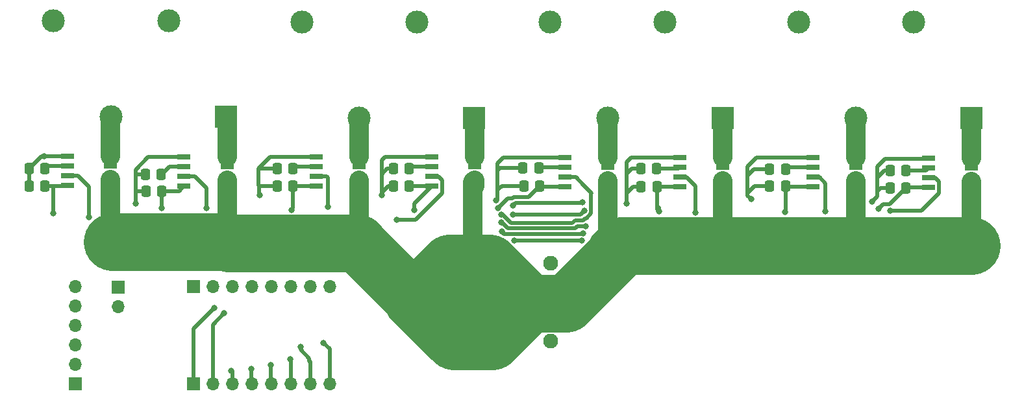
<source format=gbr>
%TF.GenerationSoftware,KiCad,Pcbnew,8.0.3*%
%TF.CreationDate,2025-02-02T18:29:45-08:00*%
%TF.ProjectId,Power_Distribution,506f7765-725f-4446-9973-747269627574,rev?*%
%TF.SameCoordinates,Original*%
%TF.FileFunction,Copper,L1,Top*%
%TF.FilePolarity,Positive*%
%FSLAX46Y46*%
G04 Gerber Fmt 4.6, Leading zero omitted, Abs format (unit mm)*
G04 Created by KiCad (PCBNEW 8.0.3) date 2025-02-02 18:29:45*
%MOMM*%
%LPD*%
G01*
G04 APERTURE LIST*
G04 Aperture macros list*
%AMRoundRect*
0 Rectangle with rounded corners*
0 $1 Rounding radius*
0 $2 $3 $4 $5 $6 $7 $8 $9 X,Y pos of 4 corners*
0 Add a 4 corners polygon primitive as box body*
4,1,4,$2,$3,$4,$5,$6,$7,$8,$9,$2,$3,0*
0 Add four circle primitives for the rounded corners*
1,1,$1+$1,$2,$3*
1,1,$1+$1,$4,$5*
1,1,$1+$1,$6,$7*
1,1,$1+$1,$8,$9*
0 Add four rect primitives between the rounded corners*
20,1,$1+$1,$2,$3,$4,$5,0*
20,1,$1+$1,$4,$5,$6,$7,0*
20,1,$1+$1,$6,$7,$8,$9,0*
20,1,$1+$1,$8,$9,$2,$3,0*%
G04 Aperture macros list end*
%TA.AperFunction,SMDPad,CuDef*%
%ADD10R,1.750000X0.650000*%
%TD*%
%TA.AperFunction,SMDPad,CuDef*%
%ADD11RoundRect,0.250000X0.337500X0.475000X-0.337500X0.475000X-0.337500X-0.475000X0.337500X-0.475000X0*%
%TD*%
%TA.AperFunction,ComponentPad*%
%ADD12R,1.950000X1.950000*%
%TD*%
%TA.AperFunction,ComponentPad*%
%ADD13C,1.950000*%
%TD*%
%TA.AperFunction,ComponentPad*%
%ADD14R,3.000000X3.000000*%
%TD*%
%TA.AperFunction,ComponentPad*%
%ADD15C,3.000000*%
%TD*%
%TA.AperFunction,ComponentPad*%
%ADD16R,1.700000X1.700000*%
%TD*%
%TA.AperFunction,ComponentPad*%
%ADD17O,1.700000X1.700000*%
%TD*%
%TA.AperFunction,ViaPad*%
%ADD18C,0.800000*%
%TD*%
%TA.AperFunction,Conductor*%
%ADD19C,0.508000*%
%TD*%
%TA.AperFunction,Conductor*%
%ADD20C,2.500000*%
%TD*%
%TA.AperFunction,Conductor*%
%ADD21C,0.635000*%
%TD*%
%TA.AperFunction,Conductor*%
%ADD22C,7.500000*%
%TD*%
G04 APERTURE END LIST*
D10*
%TO.P,IC5,1,IP+_1*%
%TO.N,+BATT*%
X141669200Y-84429600D03*
%TO.P,IC5,2,IP+_2*%
X141669200Y-83159600D03*
%TO.P,IC5,3,IP-_1*%
%TO.N,PWR5*%
X141669200Y-81889600D03*
%TO.P,IC5,4,IP-_2*%
X141669200Y-80619600D03*
%TO.P,IC5,5,GND*%
%TO.N,GND*%
X136069200Y-80619600D03*
%TO.P,IC5,6,FILTER*%
%TO.N,Net-(IC5-FILTER)*%
X136069200Y-81889600D03*
%TO.P,IC5,7,VIOUT*%
%TO.N,VIout5*%
X136069200Y-83159600D03*
%TO.P,IC5,8,VCC*%
%TO.N,5V*%
X136069200Y-84429600D03*
%TD*%
D11*
%TO.P,Cf1,1*%
%TO.N,Net-(IC1-FILTER)*%
X197887500Y-82346800D03*
%TO.P,Cf1,2*%
%TO.N,GND*%
X195812500Y-82346800D03*
%TD*%
D10*
%TO.P,IC7,1,IP+_1*%
%TO.N,+BATT*%
X109372400Y-84378800D03*
%TO.P,IC7,2,IP+_2*%
X109372400Y-83108800D03*
%TO.P,IC7,3,IP-_1*%
%TO.N,PWR7*%
X109372400Y-81838800D03*
%TO.P,IC7,4,IP-_2*%
X109372400Y-80568800D03*
%TO.P,IC7,5,GND*%
%TO.N,GND*%
X103772400Y-80568800D03*
%TO.P,IC7,6,FILTER*%
%TO.N,Net-(IC7-FILTER)*%
X103772400Y-81838800D03*
%TO.P,IC7,7,VIOUT*%
%TO.N,VIout7*%
X103772400Y-83108800D03*
%TO.P,IC7,8,VCC*%
%TO.N,5V*%
X103772400Y-84378800D03*
%TD*%
D11*
%TO.P,Cf3,1*%
%TO.N,Net-(IC6-FILTER)*%
X117979100Y-82092800D03*
%TO.P,Cf3,2*%
%TO.N,GND*%
X115904100Y-82092800D03*
%TD*%
D12*
%TO.P,J4,1_1,1*%
%TO.N,+BATT*%
X141427200Y-94488000D03*
%TO.P,J4,1_2,1*%
X141427200Y-104648000D03*
D13*
%TO.P,J4,2_1,2*%
%TO.N,-BATT*%
X151587200Y-94488000D03*
%TO.P,J4,2_2,2*%
X151587200Y-104648000D03*
%TD*%
D11*
%TO.P,Cf8,1*%
%TO.N,Net-(IC8-FILTER)*%
X85619500Y-82092800D03*
%TO.P,Cf8,2*%
%TO.N,GND*%
X83544500Y-82092800D03*
%TD*%
D14*
%TO.P,J6,1,1*%
%TO.N,PWR1*%
X206396000Y-75492000D03*
D15*
%TO.P,J6,2,2*%
%TO.N,-BATT*%
X198896000Y-62992000D03*
%TO.P,J6,3,3*%
%TO.N,PWR2*%
X191396000Y-75492000D03*
%TO.P,J6,4,4*%
%TO.N,-BATT*%
X183896000Y-62992000D03*
%TD*%
D11*
%TO.P,Cb6,1*%
%TO.N,5V*%
X165447800Y-84480400D03*
%TO.P,Cb6,2*%
%TO.N,GND*%
X163372800Y-84480400D03*
%TD*%
%TO.P,Cb2,1*%
%TO.N,5V*%
X182211800Y-84429600D03*
%TO.P,Cb2,2*%
%TO.N,GND*%
X180136800Y-84429600D03*
%TD*%
%TO.P,Cb1,1*%
%TO.N,5V*%
X197887500Y-84632800D03*
%TO.P,Cb1,2*%
%TO.N,GND*%
X195812500Y-84632800D03*
%TD*%
%TO.P,Cf7,1*%
%TO.N,Net-(IC4-FILTER)*%
X150033900Y-82042000D03*
%TO.P,Cf7,2*%
%TO.N,GND*%
X147958900Y-82042000D03*
%TD*%
D10*
%TO.P,IC6,1,IP+_1*%
%TO.N,+BATT*%
X126581600Y-84429600D03*
%TO.P,IC6,2,IP+_2*%
X126581600Y-83159600D03*
%TO.P,IC6,3,IP-_1*%
%TO.N,PWR6*%
X126581600Y-81889600D03*
%TO.P,IC6,4,IP-_2*%
X126581600Y-80619600D03*
%TO.P,IC6,5,GND*%
%TO.N,GND*%
X120981600Y-80619600D03*
%TO.P,IC6,6,FILTER*%
%TO.N,Net-(IC6-FILTER)*%
X120981600Y-81889600D03*
%TO.P,IC6,7,VIOUT*%
%TO.N,VIout6*%
X120981600Y-83159600D03*
%TO.P,IC6,8,VCC*%
%TO.N,5V*%
X120981600Y-84429600D03*
%TD*%
%TO.P,IC4,1,IP+_1*%
%TO.N,+BATT*%
X159054800Y-84480400D03*
%TO.P,IC4,2,IP+_2*%
X159054800Y-83210400D03*
%TO.P,IC4,3,IP-_1*%
%TO.N,PWR4*%
X159054800Y-81940400D03*
%TO.P,IC4,4,IP-_2*%
X159054800Y-80670400D03*
%TO.P,IC4,5,GND*%
%TO.N,GND*%
X153454800Y-80670400D03*
%TO.P,IC4,6,FILTER*%
%TO.N,Net-(IC4-FILTER)*%
X153454800Y-81940400D03*
%TO.P,IC4,7,VIOUT*%
%TO.N,VIout4*%
X153454800Y-83210400D03*
%TO.P,IC4,8,VCC*%
%TO.N,5V*%
X153454800Y-84480400D03*
%TD*%
D11*
%TO.P,Cb7,1*%
%TO.N,5V*%
X150135500Y-84378800D03*
%TO.P,Cb7,2*%
%TO.N,GND*%
X148060500Y-84378800D03*
%TD*%
%TO.P,Cf2,1*%
%TO.N,Net-(IC2-FILTER)*%
X182190300Y-82194400D03*
%TO.P,Cf2,2*%
%TO.N,GND*%
X180115300Y-82194400D03*
%TD*%
D14*
%TO.P,J2,1,1*%
%TO.N,PWR5*%
X141612000Y-75492000D03*
D15*
%TO.P,J2,2,2*%
%TO.N,-BATT*%
X134112000Y-62992000D03*
%TO.P,J2,3,3*%
%TO.N,PWR6*%
X126612000Y-75492000D03*
%TO.P,J2,4,4*%
%TO.N,-BATT*%
X119112000Y-62992000D03*
%TD*%
D16*
%TO.P,J9,1,Pin_1*%
%TO.N,VIout8*%
X104967800Y-97536000D03*
D17*
%TO.P,J9,2,Pin_2*%
%TO.N,VIout7*%
X107507800Y-97536000D03*
%TO.P,J9,3,Pin_3*%
%TO.N,VIout6*%
X110047800Y-97536000D03*
%TO.P,J9,4,Pin_4*%
%TO.N,VIout5*%
X112587800Y-97536000D03*
%TO.P,J9,5,Pin_5*%
%TO.N,VIout4*%
X115127800Y-97536000D03*
%TO.P,J9,6,Pin_6*%
%TO.N,VIout3*%
X117667800Y-97536000D03*
%TO.P,J9,7,Pin_7*%
%TO.N,VIout2*%
X120207800Y-97536000D03*
%TO.P,J9,8,Pin_8*%
%TO.N,VIout1*%
X122747800Y-97536000D03*
%TD*%
D11*
%TO.P,Cb8,1*%
%TO.N,5V*%
X85641000Y-84378800D03*
%TO.P,Cb8,2*%
%TO.N,GND*%
X83566000Y-84378800D03*
%TD*%
%TO.P,Cb5,1*%
%TO.N,5V*%
X133139000Y-84378800D03*
%TO.P,Cb5,2*%
%TO.N,GND*%
X131064000Y-84378800D03*
%TD*%
D16*
%TO.P,J8,1,Pin_1*%
%TO.N,5V*%
X95199200Y-97586800D03*
D17*
%TO.P,J8,2,Pin_2*%
%TO.N,GND*%
X95199200Y-100126800D03*
%TD*%
D10*
%TO.P,IC2,1,IP+_1*%
%TO.N,+BATT*%
X191351600Y-84480400D03*
%TO.P,IC2,2,IP+_2*%
X191351600Y-83210400D03*
%TO.P,IC2,3,IP-_1*%
%TO.N,PWR2*%
X191351600Y-81940400D03*
%TO.P,IC2,4,IP-_2*%
X191351600Y-80670400D03*
%TO.P,IC2,5,GND*%
%TO.N,GND*%
X185751600Y-80670400D03*
%TO.P,IC2,6,FILTER*%
%TO.N,Net-(IC2-FILTER)*%
X185751600Y-81940400D03*
%TO.P,IC2,7,VIOUT*%
%TO.N,VIout2*%
X185751600Y-83210400D03*
%TO.P,IC2,8,VCC*%
%TO.N,5V*%
X185751600Y-84480400D03*
%TD*%
D11*
%TO.P,Cf4,1*%
%TO.N,Net-(IC7-FILTER)*%
X100808700Y-82905600D03*
%TO.P,Cf4,2*%
%TO.N,GND*%
X98733700Y-82905600D03*
%TD*%
D10*
%TO.P,IC1,1,IP+_1*%
%TO.N,+BATT*%
X206451200Y-84582000D03*
%TO.P,IC1,2,IP+_2*%
X206451200Y-83312000D03*
%TO.P,IC1,3,IP-_1*%
%TO.N,PWR1*%
X206451200Y-82042000D03*
%TO.P,IC1,4,IP-_2*%
X206451200Y-80772000D03*
%TO.P,IC1,5,GND*%
%TO.N,GND*%
X200851200Y-80772000D03*
%TO.P,IC1,6,FILTER*%
%TO.N,Net-(IC1-FILTER)*%
X200851200Y-82042000D03*
%TO.P,IC1,7,VIOUT*%
%TO.N,VIout1*%
X200851200Y-83312000D03*
%TO.P,IC1,8,VCC*%
%TO.N,5V*%
X200851200Y-84582000D03*
%TD*%
D16*
%TO.P,J5,1,Pin_1*%
%TO.N,SCL*%
X89611200Y-110190200D03*
D17*
%TO.P,J5,2,Pin_2*%
%TO.N,SDA*%
X89611200Y-107650200D03*
%TO.P,J5,3,Pin_3*%
%TO.N,REF*%
X89611200Y-105110200D03*
%TO.P,J5,4,Pin_4*%
%TO.N,COM*%
X89611200Y-102570200D03*
%TO.P,J5,5,Pin_5*%
%TO.N,AD0*%
X89611200Y-100030200D03*
%TO.P,J5,6,Pin_6*%
%TO.N,AD1*%
X89611200Y-97490200D03*
%TD*%
D14*
%TO.P,J1,1,1*%
%TO.N,PWR3*%
X173985600Y-75492000D03*
D15*
%TO.P,J1,2,2*%
%TO.N,-BATT*%
X166485600Y-62992000D03*
%TO.P,J1,3,3*%
%TO.N,PWR4*%
X158985600Y-75492000D03*
%TO.P,J1,4,4*%
%TO.N,-BATT*%
X151485600Y-62992000D03*
%TD*%
D10*
%TO.P,IC8,1,IP+_1*%
%TO.N,+BATT*%
X94171200Y-84328000D03*
%TO.P,IC8,2,IP+_2*%
X94171200Y-83058000D03*
%TO.P,IC8,3,IP-_1*%
%TO.N,PWR8*%
X94171200Y-81788000D03*
%TO.P,IC8,4,IP-_2*%
X94171200Y-80518000D03*
%TO.P,IC8,5,GND*%
%TO.N,GND*%
X88571200Y-80518000D03*
%TO.P,IC8,6,FILTER*%
%TO.N,Net-(IC8-FILTER)*%
X88571200Y-81788000D03*
%TO.P,IC8,7,VIOUT*%
%TO.N,VIout8*%
X88571200Y-83058000D03*
%TO.P,IC8,8,VCC*%
%TO.N,5V*%
X88571200Y-84328000D03*
%TD*%
D11*
%TO.P,Cb3,1*%
%TO.N,5V*%
X117979100Y-84378800D03*
%TO.P,Cb3,2*%
%TO.N,GND*%
X115904100Y-84378800D03*
%TD*%
D10*
%TO.P,IC3,1,IP+_1*%
%TO.N,+BATT*%
X174040800Y-84480400D03*
%TO.P,IC3,2,IP+_2*%
X174040800Y-83210400D03*
%TO.P,IC3,3,IP-_1*%
%TO.N,PWR3*%
X174040800Y-81940400D03*
%TO.P,IC3,4,IP-_2*%
X174040800Y-80670400D03*
%TO.P,IC3,5,GND*%
%TO.N,GND*%
X168440800Y-80670400D03*
%TO.P,IC3,6,FILTER*%
%TO.N,Net-(IC3-FILTER)*%
X168440800Y-81940400D03*
%TO.P,IC3,7,VIOUT*%
%TO.N,VIout3*%
X168440800Y-83210400D03*
%TO.P,IC3,8,VCC*%
%TO.N,5V*%
X168440800Y-84480400D03*
%TD*%
D11*
%TO.P,Cb4,1*%
%TO.N,5V*%
X100881000Y-85039200D03*
%TO.P,Cb4,2*%
%TO.N,GND*%
X98806000Y-85039200D03*
%TD*%
%TO.P,Cf5,1*%
%TO.N,Net-(IC5-FILTER)*%
X133139000Y-82143600D03*
%TO.P,Cf5,2*%
%TO.N,GND*%
X131064000Y-82143600D03*
%TD*%
D14*
%TO.P,J7,1,1*%
%TO.N,PWR7*%
X109252400Y-75339600D03*
D15*
%TO.P,J7,2,2*%
%TO.N,-BATT*%
X101752400Y-62839600D03*
%TO.P,J7,3,3*%
%TO.N,PWR8*%
X94252400Y-75339600D03*
%TO.P,J7,4,4*%
%TO.N,-BATT*%
X86752400Y-62839600D03*
%TD*%
D11*
%TO.P,Cf6,1*%
%TO.N,Net-(IC3-FILTER)*%
X165375500Y-82143600D03*
%TO.P,Cf6,2*%
%TO.N,GND*%
X163300500Y-82143600D03*
%TD*%
D16*
%TO.P,J3,1,Pin_1*%
%TO.N,5V*%
X104967800Y-110236000D03*
D17*
%TO.P,J3,2,Pin_2*%
%TO.N,GND*%
X107507800Y-110236000D03*
%TO.P,J3,3,Pin_3*%
%TO.N,SCL*%
X110047800Y-110236000D03*
%TO.P,J3,4,Pin_4*%
%TO.N,SDA*%
X112587800Y-110236000D03*
%TO.P,J3,5,Pin_5*%
%TO.N,REF*%
X115127800Y-110236000D03*
%TO.P,J3,6,Pin_6*%
%TO.N,COM*%
X117667800Y-110236000D03*
%TO.P,J3,7,Pin_7*%
%TO.N,AD0*%
X120207800Y-110236000D03*
%TO.P,J3,8,Pin_8*%
%TO.N,AD1*%
X122747800Y-110236000D03*
%TD*%
D18*
%TO.N,GND*%
X155708468Y-86525218D03*
X177722329Y-86122000D03*
X161493200Y-86668000D03*
X193497200Y-86410800D03*
X144488682Y-86263376D03*
X109002173Y-100973900D03*
X146651985Y-86918120D03*
X85547200Y-80467200D03*
X129540000Y-85572400D03*
X97485200Y-86671200D03*
X113639600Y-85572400D03*
%TO.N,5V*%
X86715600Y-87934800D03*
X182168800Y-87782400D03*
X133807200Y-87528400D03*
X100888800Y-87290000D03*
X144710327Y-87253995D03*
X146659600Y-88138000D03*
X165709600Y-87731600D03*
X107727767Y-100265900D03*
X117754400Y-87493200D03*
X194310000Y-87376000D03*
X156006800Y-87630000D03*
%TO.N,VIout1*%
X155600400Y-91541600D03*
X146862800Y-91490800D03*
X195884800Y-87630000D03*
%TO.N,VIout2*%
X145186400Y-90322400D03*
X187401200Y-87680800D03*
X155778871Y-90552990D03*
%TO.N,VIout3*%
X170434000Y-87833200D03*
X145117136Y-89172464D03*
X156154551Y-89622786D03*
%TO.N,VIout4*%
X145159387Y-88151080D03*
%TO.N,VIout5*%
X131527790Y-88757200D03*
%TO.N,VIout6*%
X122529600Y-87137600D03*
%TO.N,VIout7*%
X106680000Y-87290000D03*
%TO.N,VIout8*%
X91389200Y-88442800D03*
%TO.N,SDA*%
X112522000Y-108305600D03*
%TO.N,AD1*%
X121970800Y-104902000D03*
%TO.N,COM*%
X117652800Y-106984800D03*
%TO.N,SCL*%
X109925368Y-108489600D03*
%TO.N,REF*%
X115062000Y-107746800D03*
%TO.N,AD0*%
X118947477Y-105352800D03*
%TD*%
D19*
%TO.N,5V*%
X104967800Y-103025867D02*
X107727767Y-100265900D01*
X104967800Y-110236000D02*
X104967800Y-103025867D01*
%TO.N,GND*%
X107507800Y-102468273D02*
X109002173Y-100973900D01*
X107507800Y-110236000D02*
X107507800Y-102468273D01*
X162356800Y-84480400D02*
X161493200Y-85344000D01*
X144627600Y-84937600D02*
X144627600Y-82397600D01*
X97485200Y-82245200D02*
X97485200Y-82956400D01*
X195935600Y-82346800D02*
X195072000Y-82346800D01*
X168440800Y-80670400D02*
X162052000Y-80670400D01*
X113588800Y-84378800D02*
X113588800Y-85521600D01*
X178155600Y-84429600D02*
X177241200Y-85344000D01*
X85170100Y-80467200D02*
X85547200Y-80467200D01*
X97739200Y-82905600D02*
X98936900Y-82905600D01*
X161493200Y-82804000D02*
X161493200Y-85344000D01*
X177241200Y-85640871D02*
X177722329Y-86122000D01*
X113487200Y-82092800D02*
X113487200Y-84277200D01*
X83566000Y-84378800D02*
X83566000Y-82114300D01*
X129540000Y-85242400D02*
X129540000Y-85572400D01*
X130454400Y-80619600D02*
X136069200Y-80619600D01*
X162052000Y-80670400D02*
X161493200Y-81229200D01*
X86868000Y-80518000D02*
X88571200Y-80518000D01*
X161493200Y-85344000D02*
X161493200Y-86668000D01*
X147006905Y-86563200D02*
X155670486Y-86563200D01*
X130403600Y-80568800D02*
X130454400Y-80619600D01*
X178409600Y-80670400D02*
X185751600Y-80670400D01*
X99110800Y-80619600D02*
X97485200Y-82245200D01*
X97536000Y-85039200D02*
X97485200Y-85090000D01*
X161493200Y-81229200D02*
X161493200Y-82804000D01*
X162153600Y-82143600D02*
X161493200Y-82804000D01*
X83544500Y-82092800D02*
X85170100Y-80467200D01*
X129997200Y-80568800D02*
X130403600Y-80568800D01*
X194157600Y-81838800D02*
X194157600Y-83261200D01*
X177241200Y-85344000D02*
X177241200Y-83007200D01*
X163372800Y-84480400D02*
X162356800Y-84480400D01*
X195173600Y-80822800D02*
X200800400Y-80822800D01*
X180115300Y-82194400D02*
X178054000Y-82194400D01*
X194564000Y-84632800D02*
X194157600Y-85039200D01*
X114960400Y-80619600D02*
X113487200Y-82092800D01*
X145389600Y-80670400D02*
X153454800Y-80670400D01*
X115904100Y-84378800D02*
X113588800Y-84378800D01*
X195072000Y-82346800D02*
X194157600Y-83261200D01*
X130403600Y-84378800D02*
X129540000Y-85242400D01*
X155670486Y-86563200D02*
X155708468Y-86525218D01*
X177241200Y-83007200D02*
X177241200Y-81838800D01*
X194157600Y-85750400D02*
X193497200Y-86410800D01*
X145186400Y-84378800D02*
X144627600Y-84937600D01*
X97637600Y-82804000D02*
X97485200Y-82956400D01*
X120981600Y-80619600D02*
X114960400Y-80619600D01*
X131064000Y-82143600D02*
X130251200Y-82143600D01*
X113588800Y-85521600D02*
X113639600Y-85572400D01*
X113487200Y-82092800D02*
X115904100Y-82092800D01*
X144627600Y-81432400D02*
X145389600Y-80670400D01*
X129540000Y-85242400D02*
X129540000Y-82854800D01*
X148060500Y-84378800D02*
X145186400Y-84378800D01*
X144983200Y-82042000D02*
X144627600Y-82397600D01*
X130251200Y-82143600D02*
X129540000Y-82854800D01*
X144627600Y-86124458D02*
X144488682Y-86263376D01*
X144627600Y-82397600D02*
X144627600Y-81432400D01*
X113487200Y-84277200D02*
X113588800Y-84378800D01*
X195173600Y-80822800D02*
X194157600Y-81838800D01*
X178054000Y-82194400D02*
X177241200Y-83007200D01*
X177241200Y-85344000D02*
X177241200Y-85640871D01*
X144627600Y-84937600D02*
X144627600Y-86124458D01*
X131064000Y-84378800D02*
X130403600Y-84378800D01*
X97485200Y-85090000D02*
X97485200Y-86671200D01*
X129540000Y-82854800D02*
X129540000Y-81026000D01*
X129540000Y-81026000D02*
X129997200Y-80568800D01*
X146651985Y-86918120D02*
X147006905Y-86563200D01*
X98806000Y-85039200D02*
X97536000Y-85039200D01*
X85547200Y-80467200D02*
X86868000Y-80518000D01*
X180136800Y-84429600D02*
X178155600Y-84429600D01*
X103721600Y-80619600D02*
X99110800Y-80619600D01*
X97485200Y-82956400D02*
X97485200Y-85090000D01*
X177241200Y-81838800D02*
X178409600Y-80670400D01*
X147958900Y-82042000D02*
X144983200Y-82042000D01*
X97637600Y-82804000D02*
X97739200Y-82905600D01*
X194157600Y-83261200D02*
X194157600Y-85039200D01*
X195812500Y-84632800D02*
X194564000Y-84632800D01*
X194157600Y-85039200D02*
X194157600Y-85750400D01*
X163300500Y-82143600D02*
X162153600Y-82143600D01*
%TO.N,5V*%
X195747500Y-86772800D02*
X197887500Y-84632800D01*
X117979100Y-87268500D02*
X117754400Y-87493200D01*
X148659100Y-85855200D02*
X146713641Y-85855200D01*
X153454800Y-84480400D02*
X150237100Y-84480400D01*
X117789600Y-87528400D02*
X117754400Y-87493200D01*
X100888800Y-85047000D02*
X100888800Y-87290000D01*
X146612041Y-85956800D02*
X146007522Y-85956800D01*
X165709600Y-87731600D02*
X165709600Y-87211600D01*
X120981600Y-84429600D02*
X118029900Y-84429600D01*
X146659600Y-88138000D02*
X155498800Y-88138000D01*
X117979100Y-84378800D02*
X117979100Y-87268500D01*
X168440800Y-84480400D02*
X165447800Y-84480400D01*
X155498800Y-88138000D02*
X156006800Y-87630000D01*
X200851200Y-84582000D02*
X197938300Y-84582000D01*
X86715600Y-87934800D02*
X86715600Y-84378800D01*
X85641000Y-84378800D02*
X86715600Y-84378800D01*
X100881000Y-85039200D02*
X103112000Y-85039200D01*
X133807200Y-86691600D02*
X136069200Y-84429600D01*
X146713641Y-85855200D02*
X146612041Y-85956800D01*
X165447800Y-84480400D02*
X165447800Y-87469800D01*
X194310000Y-87376000D02*
X194913200Y-86772800D01*
X146007522Y-85956800D02*
X144710327Y-87253995D01*
X150135500Y-84378800D02*
X148659100Y-85855200D01*
X185751600Y-84480400D02*
X182262600Y-84480400D01*
X117882800Y-87528400D02*
X117789600Y-87528400D01*
X86715600Y-84378800D02*
X88520400Y-84378800D01*
X136069200Y-84429600D02*
X133189800Y-84429600D01*
X133807200Y-87528400D02*
X133807200Y-86691600D01*
X182211800Y-84429600D02*
X182211800Y-87739400D01*
X165447800Y-87469800D02*
X165709600Y-87731600D01*
X182211800Y-87739400D02*
X182168800Y-87782400D01*
X194913200Y-86772800D02*
X195747500Y-86772800D01*
X103112000Y-85039200D02*
X103772400Y-84378800D01*
%TO.N,Net-(IC1-FILTER)*%
X200546400Y-82346800D02*
X200851200Y-82042000D01*
X198010600Y-82346800D02*
X200546400Y-82346800D01*
%TO.N,Net-(IC2-FILTER)*%
X185751600Y-81940400D02*
X182444300Y-81940400D01*
%TO.N,Net-(IC6-FILTER)*%
X120981600Y-81889600D02*
X118182300Y-81889600D01*
%TO.N,Net-(IC7-FILTER)*%
X103772400Y-81838800D02*
X101854000Y-81838800D01*
X101854000Y-81838800D02*
X101011900Y-82680900D01*
%TO.N,Net-(IC5-FILTER)*%
X136069200Y-81889600D02*
X133393000Y-81889600D01*
%TO.N,Net-(IC3-FILTER)*%
X168237600Y-82143600D02*
X168440800Y-81940400D01*
X165375500Y-82143600D02*
X168237600Y-82143600D01*
%TO.N,Net-(IC4-FILTER)*%
X153454800Y-81940400D02*
X150135500Y-81940400D01*
%TO.N,Net-(IC8-FILTER)*%
X88571200Y-81788000D02*
X85924300Y-81788000D01*
D20*
%TO.N,PWR1*%
X206451200Y-80772000D02*
X206451200Y-75547200D01*
D21*
X206451200Y-82042000D02*
X206451200Y-80772000D01*
D19*
%TO.N,VIout1*%
X201689200Y-83312000D02*
X202184000Y-83806800D01*
X202184000Y-85357200D02*
X199911200Y-87630000D01*
X200851200Y-83312000D02*
X201689200Y-83312000D01*
X146913600Y-91541600D02*
X146862800Y-91490800D01*
X202184000Y-83806800D02*
X202184000Y-85357200D01*
X199911200Y-87630000D02*
X195884800Y-87630000D01*
X155600400Y-91541600D02*
X146913600Y-91541600D01*
D20*
%TO.N,+BATT*%
X191351600Y-89775600D02*
X188925200Y-92202000D01*
X126581600Y-91960000D02*
X126542800Y-91998800D01*
D22*
X138938000Y-104648000D02*
X133553200Y-99263200D01*
X141427200Y-99263200D02*
X141427200Y-104648000D01*
X143919000Y-104648000D02*
X148844000Y-99723000D01*
D20*
X94171200Y-83578000D02*
X94186200Y-83563000D01*
X109372400Y-84378800D02*
X109372400Y-91643200D01*
X141427200Y-83906600D02*
X141427200Y-94488000D01*
D22*
X160832800Y-92202000D02*
X171551600Y-92202000D01*
D20*
X206451200Y-84582000D02*
X206451200Y-92151200D01*
D22*
X141427200Y-104648000D02*
X138938000Y-104648000D01*
D20*
X191351600Y-84480400D02*
X191351600Y-83715400D01*
D22*
X109372400Y-91643200D02*
X94386400Y-91643200D01*
X141427200Y-104648000D02*
X143919000Y-104648000D01*
D20*
X94171200Y-84328000D02*
X94171200Y-83578000D01*
D22*
X171551600Y-92202000D02*
X188925200Y-92202000D01*
X126390400Y-91846400D02*
X109575600Y-91846400D01*
X148844000Y-99723000D02*
X141887000Y-99723000D01*
D20*
X159054800Y-90429402D02*
X160832800Y-92207402D01*
D22*
X141427200Y-94488000D02*
X138328400Y-94488000D01*
X141887000Y-99723000D02*
X141427200Y-99263200D01*
D20*
X126581600Y-84429600D02*
X126581600Y-91960000D01*
D22*
X141427200Y-99263200D02*
X133553200Y-99263200D01*
D20*
X159054800Y-84480400D02*
X159054800Y-90429402D01*
D22*
X159953600Y-93344755D02*
X159953600Y-93141555D01*
D20*
X174040800Y-84480400D02*
X174040800Y-89712800D01*
X206451200Y-84582000D02*
X206451200Y-83817000D01*
X109372400Y-84378800D02*
X109372400Y-83613800D01*
D22*
X109575600Y-91846400D02*
X109372400Y-91643200D01*
D20*
X94186200Y-83563000D02*
X94171200Y-83563000D01*
X94171200Y-84328000D02*
X94171200Y-91834400D01*
D22*
X138328400Y-94488000D02*
X133553200Y-99263200D01*
D20*
X174040800Y-89712800D02*
X171551600Y-92202000D01*
D22*
X188925200Y-92202000D02*
X194106800Y-92202000D01*
X160832800Y-92262355D02*
X160832800Y-92207402D01*
D20*
X141669200Y-84429600D02*
X141669200Y-83664600D01*
X206451200Y-92151200D02*
X206400400Y-92202000D01*
D22*
X148844000Y-99723000D02*
X153575355Y-99723000D01*
X143609000Y-94488000D02*
X148844000Y-99723000D01*
X153575355Y-99723000D02*
X159953600Y-93344755D01*
X126542800Y-91998800D02*
X126390400Y-91846400D01*
D20*
X126581600Y-84429600D02*
X126581600Y-83664600D01*
X94171200Y-91834400D02*
X94183200Y-91846400D01*
D22*
X194106800Y-92202000D02*
X206400400Y-92202000D01*
X159953600Y-93141555D02*
X160832800Y-92262355D01*
D20*
X141669200Y-83664600D02*
X141427200Y-83906600D01*
D22*
X160832800Y-92207402D02*
X160832800Y-92202000D01*
D20*
X174040800Y-84480400D02*
X174040800Y-83715400D01*
X191351600Y-84480400D02*
X191351600Y-89775600D01*
X159054800Y-84480400D02*
X159054800Y-83715400D01*
D22*
X141427200Y-94488000D02*
X141427200Y-99263200D01*
X141427200Y-94488000D02*
X143609000Y-94488000D01*
X133553200Y-99263200D02*
X133553200Y-99009200D01*
X133553200Y-99009200D02*
X126542800Y-91998800D01*
D21*
%TO.N,PWR2*%
X191351600Y-81940400D02*
X191351600Y-80670400D01*
D20*
X191351600Y-80670400D02*
X191351600Y-75536400D01*
D19*
%TO.N,VIout2*%
X145186400Y-90322400D02*
X145491200Y-90627200D01*
X186589600Y-83210400D02*
X187401200Y-84022000D01*
X187401200Y-84022000D02*
X187401200Y-87680800D01*
X185751600Y-83210400D02*
X186589600Y-83210400D01*
X145491200Y-90627200D02*
X155704661Y-90627200D01*
X155704661Y-90627200D02*
X155778871Y-90552990D01*
D20*
%TO.N,PWR3*%
X174040800Y-80670400D02*
X174040800Y-75547200D01*
D21*
X174040800Y-81940400D02*
X174040800Y-80670400D01*
D19*
%TO.N,VIout3*%
X155087214Y-89622786D02*
X156154551Y-89622786D01*
X154790800Y-89919200D02*
X155087214Y-89622786D01*
X145995464Y-89919200D02*
X154790800Y-89919200D01*
X170434000Y-84365600D02*
X170434000Y-87833200D01*
X168440800Y-83210400D02*
X169278800Y-83210400D01*
X145117136Y-89172464D02*
X145248728Y-89172464D01*
X169278800Y-83210400D02*
X170434000Y-84365600D01*
X145248728Y-89172464D02*
X145995464Y-89919200D01*
%TO.N,VIout4*%
X155792064Y-88846000D02*
X154761672Y-88846000D01*
X156049264Y-88588800D02*
X155792064Y-88846000D01*
X156260264Y-88588800D02*
X156049264Y-88588800D01*
X146405064Y-89211200D02*
X145344944Y-88151080D01*
X154761672Y-88846000D02*
X154396472Y-89211200D01*
X156864000Y-87985064D02*
X156260264Y-88588800D01*
X153454800Y-83210400D02*
X154837800Y-83210400D01*
X155930300Y-84302900D02*
X156864000Y-85236600D01*
X155930300Y-84302900D02*
X156921200Y-85293800D01*
X156864000Y-85236600D02*
X156864000Y-87985064D01*
X154396472Y-89211200D02*
X146405064Y-89211200D01*
X154837800Y-83210400D02*
X155930300Y-84302900D01*
X145344944Y-88151080D02*
X145159387Y-88151080D01*
D20*
%TO.N,PWR4*%
X159054800Y-80670400D02*
X159054800Y-75561200D01*
D21*
X159054800Y-81940400D02*
X159054800Y-80670400D01*
D20*
%TO.N,PWR5*%
X141669200Y-80619600D02*
X141669200Y-75549200D01*
D21*
X141669200Y-81889600D02*
X141669200Y-80619600D01*
D19*
%TO.N,VIout5*%
X133956934Y-88757200D02*
X131527790Y-88757200D01*
X137414000Y-83666400D02*
X137414000Y-85300134D01*
X137414000Y-85300134D02*
X133956934Y-88757200D01*
X136907200Y-83159600D02*
X137414000Y-83666400D01*
X136069200Y-83159600D02*
X136907200Y-83159600D01*
D21*
%TO.N,PWR6*%
X126581600Y-81889600D02*
X126581600Y-80619600D01*
D20*
X126581600Y-80619600D02*
X126581600Y-75522400D01*
D19*
%TO.N,VIout6*%
X122364600Y-83159600D02*
X122529600Y-83324600D01*
X122529600Y-83324600D02*
X122529600Y-87137600D01*
X120981600Y-83159600D02*
X122364600Y-83159600D01*
D21*
%TO.N,PWR7*%
X109372400Y-81838800D02*
X109372400Y-80568800D01*
D20*
X109372400Y-80568800D02*
X109372400Y-75459600D01*
D19*
%TO.N,VIout7*%
X103772400Y-83108800D02*
X105155400Y-83108800D01*
X105155400Y-83108800D02*
X106680000Y-84633400D01*
X106680000Y-84633400D02*
X106680000Y-87290000D01*
D21*
%TO.N,PWR8*%
X94171200Y-81788000D02*
X94171200Y-80518000D01*
D20*
X94171200Y-80518000D02*
X94171200Y-75420800D01*
D19*
%TO.N,VIout8*%
X89954200Y-83058000D02*
X91389200Y-84493000D01*
X91389200Y-84493000D02*
X91389200Y-88442800D01*
X88571200Y-83058000D02*
X89954200Y-83058000D01*
%TO.N,SDA*%
X112522000Y-108305600D02*
X112522000Y-110170200D01*
%TO.N,AD1*%
X121970800Y-104902000D02*
X122747800Y-105679000D01*
X122747800Y-105679000D02*
X122747800Y-110236000D01*
%TO.N,COM*%
X117667800Y-110236000D02*
X117667800Y-106999800D01*
X117667800Y-106999800D02*
X117652800Y-106984800D01*
%TO.N,SCL*%
X110047800Y-108612032D02*
X109925368Y-108489600D01*
X110047800Y-110236000D02*
X110047800Y-108612032D01*
%TO.N,REF*%
X115062000Y-107746800D02*
X115062000Y-110170200D01*
%TO.N,AD0*%
X120091200Y-107238800D02*
X120207800Y-107355400D01*
X120091200Y-106883200D02*
X120091200Y-107238800D01*
X120207800Y-107355400D02*
X120207800Y-110236000D01*
X118947477Y-105739477D02*
X120091200Y-106883200D01*
X118947477Y-105352800D02*
X118947477Y-105739477D01*
%TD*%
M02*

</source>
